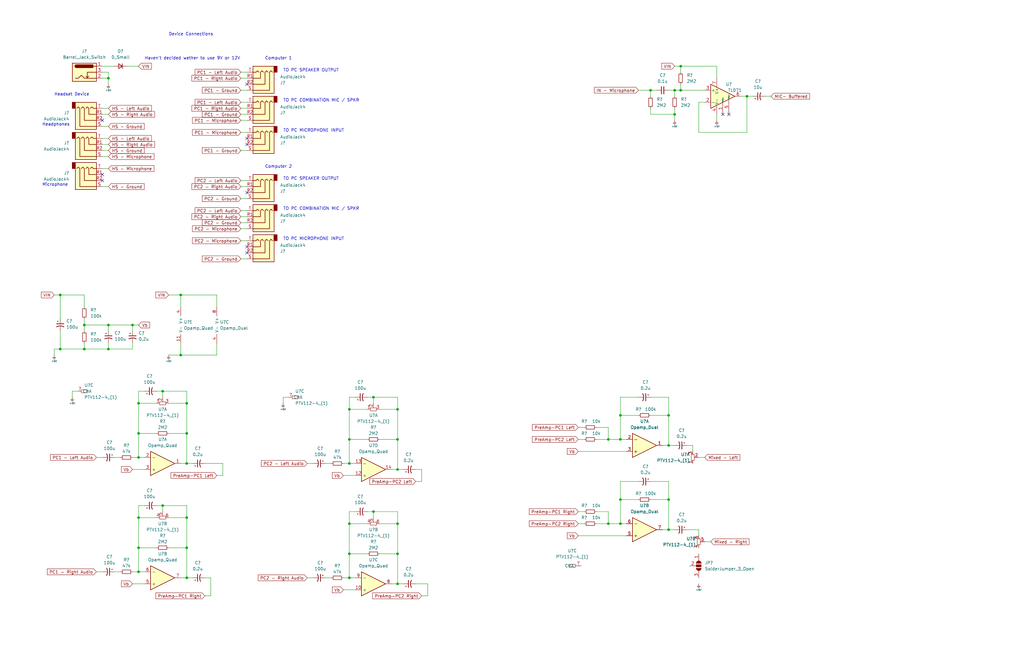
<source format=kicad_sch>
(kicad_sch (version 20211123) (generator eeschema)
  (paper "B")
  (junction (at 287.02 38.1))
  (junction (at -114.3 157.48))
  (junction (at 256.54 220.98))
  (junction (at 281.94 210.82))
  (junction (at 147.32 185.42))
  (junction (at 76.2 149.86))
  (junction (at -91.44 243.84))
  (junction (at 281.94 175.26))
  (junction (at 167.64 185.42))
  (junction (at 284.48 48.26))
  (junction (at 261.62 185.42))
  (junction (at 147.32 172.72))
  (junction (at 147.32 233.68))
  (junction (at 58.42 193.04))
  (junction (at -48.26 180.34))
  (junction (at -71.12 223.52))
  (junction (at 58.42 241.3))
  (junction (at -91.44 182.88))
  (junction (at 167.64 220.98))
  (junction (at -71.12 251.46))
  (junction (at 167.64 198.12))
  (junction (at -86.36 205.74))
  (junction (at 261.62 220.98))
  (junction (at 35.56 137.16))
  (junction (at 147.32 243.84))
  (junction (at 287.02 27.94))
  (junction (at 58.42 182.88))
  (junction (at 147.32 195.58))
  (junction (at 274.32 38.1))
  (junction (at 167.64 233.68))
  (junction (at 25.4 147.32))
  (junction (at 261.62 175.26))
  (junction (at 284.48 38.1))
  (junction (at 58.42 218.44))
  (junction (at 78.74 218.44))
  (junction (at 261.62 210.82))
  (junction (at 147.32 220.98))
  (junction (at 76.2 124.46))
  (junction (at 78.74 231.14))
  (junction (at 157.48 215.9))
  (junction (at 25.4 124.46))
  (junction (at -86.36 238.76))
  (junction (at -48.26 251.46))
  (junction (at -86.36 231.14))
  (junction (at 35.56 147.32))
  (junction (at 45.72 33.02))
  (junction (at 68.58 165.1))
  (junction (at -127 137.16))
  (junction (at -86.36 177.8))
  (junction (at 78.74 170.18))
  (junction (at -114.3 137.16))
  (junction (at 167.64 172.72))
  (junction (at -86.36 266.7))
  (junction (at -71.12 190.5))
  (junction (at 256.54 185.42))
  (junction (at -104.14 137.16))
  (junction (at 157.48 167.64))
  (junction (at -104.14 157.48))
  (junction (at -127 157.48))
  (junction (at 45.72 147.32))
  (junction (at 281.94 187.96))
  (junction (at 167.64 246.38))
  (junction (at 314.96 40.64))
  (junction (at -86.36 198.12))
  (junction (at 68.58 213.36))
  (junction (at 78.74 195.58))
  (junction (at -48.26 241.3))
  (junction (at -86.36 259.08))
  (junction (at -86.36 170.18))
  (junction (at 78.74 243.84))
  (junction (at -71.12 162.56))
  (junction (at 281.94 223.52))
  (junction (at 55.88 137.16))
  (junction (at 58.42 231.14))
  (junction (at 45.72 137.16))
  (junction (at 78.74 182.88))
  (junction (at -48.26 190.5))
  (junction (at 58.42 170.18))
  (no_connect (at 104.14 104.14))
  (no_connect (at 43.18 76.2))
  (no_connect (at 307.34 48.26))
  (no_connect (at 104.14 35.56))
  (no_connect (at 104.14 106.68))
  (no_connect (at 104.14 60.96))
  (no_connect (at 304.8 48.26))
  (no_connect (at 104.14 81.28))
  (no_connect (at 43.18 73.66))
  (no_connect (at 43.18 50.8))
  (no_connect (at 104.14 58.42))
  (wire (pts (xy 76.2 144.78) (xy 76.2 149.86)))
  (wire (pts (xy -127 160.02) (xy -127 157.48)))
  (wire (pts (xy -127 154.94) (xy -127 157.48)))
  (wire (pts (xy 45.72 33.02) (xy 45.72 35.56)))
  (wire (pts (xy -30.48 266.7) (xy -38.1 266.7)))
  (wire (pts (xy 261.62 203.2) (xy 261.62 210.82)))
  (wire (pts (xy 43.18 63.5) (xy 45.72 63.5)))
  (wire (pts (xy 274.32 203.2) (xy 281.94 203.2)))
  (wire (pts (xy 284.48 48.26) (xy 284.48 50.8)))
  (wire (pts (xy 71.12 182.88) (xy 78.74 182.88)))
  (wire (pts (xy 261.62 175.26) (xy 261.62 185.42)))
  (wire (pts (xy 91.44 124.46) (xy 76.2 124.46)))
  (wire (pts (xy 281.94 38.1) (xy 284.48 38.1)))
  (wire (pts (xy 53.34 27.94) (xy 58.42 27.94)))
  (wire (pts (xy 91.44 144.78) (xy 91.44 149.86)))
  (wire (pts (xy 43.18 60.96) (xy 45.72 60.96)))
  (wire (pts (xy 48.26 241.3) (xy 50.8 241.3)))
  (wire (pts (xy 160.02 172.72) (xy 167.64 172.72)))
  (wire (pts (xy 284.48 45.72) (xy 284.48 48.26)))
  (wire (pts (xy 157.48 167.64) (xy 154.94 167.64)))
  (wire (pts (xy -86.36 251.46) (xy -86.36 259.08)))
  (wire (pts (xy 101.6 109.22) (xy 104.14 109.22)))
  (wire (pts (xy -104.14 144.78) (xy -104.14 157.48)))
  (wire (pts (xy 274.32 38.1) (xy 276.86 38.1)))
  (wire (pts (xy 78.74 165.1) (xy 68.58 165.1)))
  (wire (pts (xy 160.02 185.42) (xy 167.64 185.42)))
  (wire (pts (xy 274.32 175.26) (xy 281.94 175.26)))
  (wire (pts (xy 35.56 124.46) (xy 35.56 129.54)))
  (wire (pts (xy 55.88 193.04) (xy 58.42 193.04)))
  (wire (pts (xy -30.48 205.74) (xy -38.1 205.74)))
  (wire (pts (xy 58.42 231.14) (xy 66.04 231.14)))
  (wire (pts (xy 167.64 198.12) (xy 167.64 185.42)))
  (wire (pts (xy 43.18 78.74) (xy 45.72 78.74)))
  (wire (pts (xy 43.18 48.26) (xy 45.72 48.26)))
  (wire (pts (xy 269.24 167.64) (xy 261.62 167.64)))
  (wire (pts (xy 58.42 170.18) (xy 58.42 165.1)))
  (wire (pts (xy -73.66 223.52) (xy -71.12 223.52)))
  (wire (pts (xy -86.36 205.74) (xy -86.36 198.12)))
  (wire (pts (xy 292.1 187.96) (xy 292.1 190.5)))
  (wire (pts (xy 251.46 180.34) (xy 256.54 180.34)))
  (wire (pts (xy 43.18 71.12) (xy 45.72 71.12)))
  (wire (pts (xy 58.42 241.3) (xy 60.96 241.3)))
  (wire (pts (xy 284.48 38.1) (xy 287.02 38.1)))
  (wire (pts (xy 147.32 243.84) (xy 149.86 243.84)))
  (wire (pts (xy -86.36 231.14) (xy -83.82 231.14)))
  (wire (pts (xy 297.18 228.6) (xy 299.72 228.6)))
  (wire (pts (xy -96.52 157.48) (xy -96.52 152.4)))
  (wire (pts (xy -15.24 269.24) (xy -15.24 266.7)))
  (wire (pts (xy -91.44 248.92) (xy -91.44 243.84)))
  (wire (pts (xy -40.64 215.9) (xy -40.64 193.04)))
  (wire (pts (xy -96.52 238.76) (xy -93.98 238.76)))
  (wire (pts (xy -38.1 205.74) (xy -38.1 200.66)))
  (wire (pts (xy 243.84 226.06) (xy 264.16 226.06)))
  (wire (pts (xy 58.42 170.18) (xy 66.04 170.18)))
  (wire (pts (xy 157.48 170.18) (xy 157.48 167.64)))
  (wire (pts (xy 180.34 246.38) (xy 175.26 246.38)))
  (wire (pts (xy -43.18 215.9) (xy -40.64 215.9)))
  (wire (pts (xy 165.1 246.38) (xy 167.64 246.38)))
  (wire (pts (xy 177.8 251.46) (xy 180.34 251.46)))
  (wire (pts (xy 147.32 233.68) (xy 154.94 233.68)))
  (wire (pts (xy 256.54 180.34) (xy 256.54 185.42)))
  (wire (pts (xy 261.62 185.42) (xy 264.16 185.42)))
  (wire (pts (xy 274.32 40.64) (xy 274.32 38.1)))
  (wire (pts (xy 287.02 35.56) (xy 287.02 38.1)))
  (wire (pts (xy 167.64 172.72) (xy 167.64 167.64)))
  (wire (pts (xy -71.12 190.5) (xy -71.12 195.58)))
  (wire (pts (xy -38.1 266.7) (xy -38.1 261.62)))
  (wire (pts (xy 78.74 182.88) (xy 78.74 170.18)))
  (wire (pts (xy 78.74 231.14) (xy 78.74 218.44)))
  (wire (pts (xy -50.8 269.24) (xy -48.26 269.24)))
  (wire (pts (xy -38.1 200.66) (xy -35.56 200.66)))
  (wire (pts (xy -86.36 266.7) (xy -66.04 266.7)))
  (wire (pts (xy 101.6 91.44) (xy 104.14 91.44)))
  (wire (pts (xy 147.32 220.98) (xy 147.32 215.9)))
  (wire (pts (xy 78.74 195.58) (xy 78.74 182.88)))
  (wire (pts (xy 284.48 48.26) (xy 274.32 48.26)))
  (wire (pts (xy 261.62 167.64) (xy 261.62 175.26)))
  (wire (pts (xy 78.74 195.58) (xy 81.28 195.58)))
  (wire (pts (xy -40.64 254) (xy -35.56 254)))
  (wire (pts (xy 302.26 27.94) (xy 302.26 33.02)))
  (wire (pts (xy 147.32 243.84) (xy 147.32 233.68)))
  (wire (pts (xy 76.2 243.84) (xy 78.74 243.84)))
  (wire (pts (xy 129.54 195.58) (xy 132.08 195.58)))
  (wire (pts (xy 71.12 149.86) (xy 76.2 149.86)))
  (wire (pts (xy -96.52 205.74) (xy -93.98 205.74)))
  (wire (pts (xy -127 137.16) (xy -114.3 137.16)))
  (wire (pts (xy 68.58 165.1) (xy 66.04 165.1)))
  (wire (pts (xy 251.46 185.42) (xy 256.54 185.42)))
  (wire (pts (xy 137.16 195.58) (xy 139.7 195.58)))
  (wire (pts (xy 147.32 185.42) (xy 154.94 185.42)))
  (wire (pts (xy -114.3 139.7) (xy -114.3 137.16)))
  (wire (pts (xy 144.78 248.92) (xy 149.86 248.92)))
  (wire (pts (xy 144.78 195.58) (xy 147.32 195.58)))
  (wire (pts (xy 287.02 38.1) (xy 297.18 38.1)))
  (wire (pts (xy 78.74 213.36) (xy 68.58 213.36)))
  (wire (pts (xy 243.84 185.42) (xy 246.38 185.42)))
  (wire (pts (xy -127 137.16) (xy -127 139.7)))
  (wire (pts (xy 312.42 40.64) (xy 314.96 40.64)))
  (wire (pts (xy 165.1 198.12) (xy 167.64 198.12)))
  (wire (pts (xy -48.26 241.3) (xy -35.56 241.3)))
  (wire (pts (xy 68.58 167.64) (xy 68.58 165.1)))
  (wire (pts (xy 251.46 220.98) (xy 256.54 220.98)))
  (wire (pts (xy -78.74 251.46) (xy -86.36 251.46)))
  (wire (pts (xy -104.14 157.48) (xy -96.52 157.48)))
  (wire (pts (xy -127 157.48) (xy -114.3 157.48)))
  (wire (pts (xy 281.94 210.82) (xy 281.94 223.52)))
  (wire (pts (xy -86.36 162.56) (xy -86.36 170.18)))
  (wire (pts (xy -48.26 190.5) (xy -48.26 208.28)))
  (wire (pts (xy 58.42 213.36) (xy 60.96 213.36)))
  (wire (pts (xy 180.34 251.46) (xy 180.34 246.38)))
  (wire (pts (xy 91.44 149.86) (xy 76.2 149.86)))
  (wire (pts (xy 289.56 187.96) (xy 292.1 187.96)))
  (wire (pts (xy 157.48 215.9) (xy 154.94 215.9)))
  (wire (pts (xy 93.98 195.58) (xy 93.98 200.66)))
  (wire (pts (xy 58.42 165.1) (xy 60.96 165.1)))
  (wire (pts (xy 302.26 48.26) (xy 302.26 50.8)))
  (wire (pts (xy 76.2 195.58) (xy 78.74 195.58)))
  (wire (pts (xy -96.52 271.78) (xy -66.04 271.78)))
  (wire (pts (xy -96.52 147.32) (xy -96.52 137.16)))
  (wire (pts (xy 55.88 241.3) (xy 58.42 241.3)))
  (wire (pts (xy -78.74 170.18) (xy -73.66 170.18)))
  (wire (pts (xy 43.18 66.04) (xy 45.72 66.04)))
  (wire (pts (xy 68.58 215.9) (xy 68.58 213.36)))
  (wire (pts (xy 55.88 137.16) (xy 58.42 137.16)))
  (wire (pts (xy 147.32 220.98) (xy 154.94 220.98)))
  (wire (pts (xy -88.9 205.74) (xy -86.36 205.74)))
  (wire (pts (xy 261.62 220.98) (xy 264.16 220.98)))
  (wire (pts (xy 101.6 43.18) (xy 104.14 43.18)))
  (wire (pts (xy 314.96 55.88) (xy 314.96 40.64)))
  (wire (pts (xy -43.18 276.86) (xy -40.64 276.86)))
  (wire (pts (xy -86.36 259.08) (xy -83.82 259.08)))
  (wire (pts (xy 243.84 180.34) (xy 246.38 180.34)))
  (wire (pts (xy 101.6 96.52) (xy 104.14 96.52)))
  (wire (pts (xy 167.64 167.64) (xy 157.48 167.64)))
  (wire (pts (xy 101.6 48.26) (xy 104.14 48.26)))
  (wire (pts (xy 294.64 55.88) (xy 314.96 55.88)))
  (wire (pts (xy 175.26 203.2) (xy 177.8 203.2)))
  (wire (pts (xy -104.14 139.7) (xy -104.14 137.16)))
  (wire (pts (xy -48.26 251.46) (xy -48.26 269.24)))
  (wire (pts (xy 274.32 48.26) (xy 274.32 45.72)))
  (wire (pts (xy -38.1 243.84) (xy -35.56 243.84)))
  (wire (pts (xy -96.52 177.8) (xy -93.98 177.8)))
  (wire (pts (xy 58.42 193.04) (xy 58.42 182.88)))
  (wire (pts (xy 71.12 231.14) (xy 78.74 231.14)))
  (wire (pts (xy 76.2 124.46) (xy 76.2 129.54)))
  (wire (pts (xy -40.64 246.38) (xy -38.1 246.38)))
  (wire (pts (xy 58.42 241.3) (xy 58.42 231.14)))
  (wire (pts (xy 35.56 137.16) (xy 45.72 137.16)))
  (wire (pts (xy 30.48 167.64) (xy 30.48 165.1)))
  (wire (pts (xy 25.4 139.7) (xy 25.4 147.32)))
  (wire (pts (xy 261.62 175.26) (xy 269.24 175.26)))
  (wire (pts (xy 256.54 220.98) (xy 261.62 220.98)))
  (wire (pts (xy 284.48 27.94) (xy 287.02 27.94)))
  (wire (pts (xy 71.12 218.44) (xy 78.74 218.44)))
  (wire (pts (xy 167.64 185.42) (xy 167.64 172.72)))
  (wire (pts (xy -48.26 223.52) (xy -48.26 241.3)))
  (wire (pts (xy -91.44 243.84) (xy -66.04 243.84)))
  (wire (pts (xy -96.52 210.82) (xy -66.04 210.82)))
  (wire (pts (xy -38.1 246.38) (xy -38.1 243.84)))
  (wire (pts (xy 25.4 124.46) (xy 35.56 124.46)))
  (wire (pts (xy 91.44 129.54) (xy 91.44 124.46)))
  (wire (pts (xy 294.64 223.52) (xy 294.64 226.06)))
  (wire (pts (xy 45.72 139.7) (xy 45.72 137.16)))
  (wire (pts (xy 269.24 38.1) (xy 274.32 38.1)))
  (wire (pts (xy 43.18 58.42) (xy 45.72 58.42)))
  (wire (pts (xy -15.24 208.28) (xy -15.24 205.74)))
  (wire (pts (xy -78.74 231.14) (xy -73.66 231.14)))
  (wire (pts (xy 101.6 50.8) (xy 104.14 50.8)))
  (wire (pts (xy 160.02 220.98) (xy 167.64 220.98)))
  (wire (pts (xy 22.86 124.46) (xy 25.4 124.46)))
  (wire (pts (xy -86.36 170.18) (xy -83.82 170.18)))
  (wire (pts (xy 144.78 243.84) (xy 147.32 243.84)))
  (wire (pts (xy -40.64 193.04) (xy -35.56 193.04)))
  (wire (pts (xy 281.94 167.64) (xy 281.94 175.26)))
  (wire (pts (xy 88.9 243.84) (xy 86.36 243.84)))
  (wire (pts (xy 86.36 195.58) (xy 93.98 195.58)))
  (wire (pts (xy 147.32 233.68) (xy 147.32 220.98)))
  (wire (pts (xy -48.26 251.46) (xy -35.56 251.46)))
  (wire (pts (xy -91.44 187.96) (xy -91.44 182.88)))
  (wire (pts (xy -96.52 137.16) (xy -104.14 137.16)))
  (wire (pts (xy -71.12 228.6) (xy -71.12 223.52)))
  (wire (pts (xy 35.56 134.62) (xy 35.56 137.16)))
  (wire (pts (xy 101.6 93.98) (xy 104.14 93.98)))
  (wire (pts (xy 101.6 88.9) (xy 104.14 88.9)))
  (wire (pts (xy 101.6 76.2) (xy 104.14 76.2)))
  (wire (pts (xy 147.32 215.9) (xy 149.86 215.9)))
  (wire (pts (xy 177.8 203.2) (xy 177.8 198.12)))
  (wire (pts (xy -106.68 187.96) (xy -111.76 187.96)))
  (wire (pts (xy -86.36 238.76) (xy -86.36 231.14)))
  (wire (pts (xy 269.24 203.2) (xy 261.62 203.2)))
  (wire (pts (xy 58.42 182.88) (xy 66.04 182.88)))
  (wire (pts (xy 157.48 218.44) (xy 157.48 215.9)))
  (wire (pts (xy 101.6 83.82) (xy 104.14 83.82)))
  (wire (pts (xy 289.56 223.52) (xy 294.64 223.52)))
  (wire (pts (xy 55.88 246.38) (xy 60.96 246.38)))
  (wire (pts (xy -50.8 241.3) (xy -48.26 241.3)))
  (wire (pts (xy 43.18 30.48) (xy 45.72 30.48)))
  (wire (pts (xy -88.9 177.8) (xy -86.36 177.8)))
  (wire (pts (xy -96.52 182.88) (xy -91.44 182.88)))
  (wire (pts (xy -40.64 185.42) (xy -38.1 185.42)))
  (wire (pts (xy 119.38 167.64) (xy 121.92 167.64)))
  (wire (pts (xy 137.16 243.84) (xy 139.7 243.84)))
  (wire (pts (xy -111.76 187.96) (xy -111.76 190.5)))
  (wire (pts (xy 281.94 187.96) (xy 284.48 187.96)))
  (wire (pts (xy -86.36 238.76) (xy -66.04 238.76)))
  (wire (pts (xy 167.64 220.98) (xy 167.64 215.9)))
  (wire (pts (xy 58.42 218.44) (xy 66.04 218.44)))
  (wire (pts (xy -71.12 190.5) (xy -48.26 190.5)))
  (wire (pts (xy 45.72 30.48) (xy 45.72 33.02)))
  (wire (pts (xy 45.72 137.16) (xy 55.88 137.16)))
  (wire (pts (xy 322.58 40.64) (xy 325.12 40.64)))
  (wire (pts (xy 119.38 170.18) (xy 119.38 167.64)))
  (wire (pts (xy 144.78 200.66) (xy 149.86 200.66)))
  (wire (pts (xy 22.86 149.86) (xy 22.86 147.32)))
  (wire (pts (xy 88.9 251.46) (xy 88.9 243.84)))
  (wire (pts (xy -78.74 223.52) (xy -86.36 223.52)))
  (wire (pts (xy 101.6 38.1) (xy 104.14 38.1)))
  (wire (pts (xy -86.36 177.8) (xy -86.36 170.18)))
  (wire (pts (xy -86.36 223.52) (xy -86.36 231.14)))
  (wire (pts (xy 279.4 223.52) (xy 281.94 223.52)))
  (wire (pts (xy -73.66 162.56) (xy -71.12 162.56)))
  (wire (pts (xy -71.12 251.46) (xy -71.12 256.54)))
  (wire (pts (xy -40.64 276.86) (xy -40.64 254)))
  (wire (pts (xy 58.42 193.04) (xy 60.96 193.04)))
  (wire (pts (xy 284.48 38.1) (xy 284.48 40.64)))
  (wire (pts (xy 78.74 243.84) (xy 81.28 243.84)))
  (wire (pts (xy 101.6 45.72) (xy 104.14 45.72)))
  (wire (pts (xy 101.6 33.02) (xy 104.14 33.02)))
  (wire (pts (xy 147.32 167.64) (xy 149.86 167.64)))
  (wire (pts (xy 35.56 144.78) (xy 35.56 147.32)))
  (wire (pts (xy -78.74 259.08) (xy -73.66 259.08)))
  (wire (pts (xy -15.24 266.7) (xy -20.32 266.7)))
  (wire (pts (xy 35.56 137.16) (xy 35.56 139.7)))
  (wire (pts (xy -114.3 154.94) (xy -114.3 157.48)))
  (wire (pts (xy -78.74 162.56) (xy -86.36 162.56)))
  (wire (pts (xy 147.32 172.72) (xy 154.94 172.72)))
  (wire (pts (xy 279.4 187.96) (xy 281.94 187.96)))
  (wire (pts (xy 287.02 27.94) (xy 302.26 27.94)))
  (wire (pts (xy 58.42 182.88) (xy 58.42 170.18)))
  (wire (pts (xy 101.6 78.74) (xy 104.14 78.74)))
  (wire (pts (xy 78.74 218.44) (xy 78.74 213.36)))
  (wire (pts (xy 261.62 210.82) (xy 269.24 210.82)))
  (wire (pts (xy -104.14 137.16) (xy -114.3 137.16)))
  (wire (pts (xy -78.74 198.12) (xy -73.66 198.12)))
  (wire (pts (xy -96.52 266.7) (xy -93.98 266.7)))
  (wire (pts (xy -86.36 198.12) (xy -83.82 198.12)))
  (wire (pts (xy 93.98 200.66) (xy 91.44 200.66)))
  (wire (pts (xy -91.44 182.88) (xy -66.04 182.88)))
  (wire (pts (xy 45.72 144.78) (xy 45.72 147.32)))
  (wire (pts (xy 294.64 43.18) (xy 294.64 55.88)))
  (wire (pts (xy 101.6 63.5) (xy 104.14 63.5)))
  (wire (pts (xy 294.64 193.04) (xy 297.18 193.04)))
  (wire (pts (xy -96.52 187.96) (xy -91.44 187.96)))
  (wire (pts (xy 243.84 220.98) (xy 246.38 220.98)))
  (wire (pts (xy 167.64 246.38) (xy 170.18 246.38)))
  (wire (pts (xy 40.64 193.04) (xy 43.18 193.04)))
  (wire (pts (xy 40.64 241.3) (xy 43.18 241.3)))
  (wire (pts (xy -48.26 180.34) (xy -35.56 180.34)))
  (wire (pts (xy 55.88 147.32) (xy 45.72 147.32)))
  (wire (pts (xy 78.74 243.84) (xy 78.74 231.14)))
  (wire (pts (xy 43.18 27.94) (xy 48.26 27.94)))
  (wire (pts (xy 147.32 195.58) (xy 149.86 195.58)))
  (wire (pts (xy 243.84 190.5) (xy 264.16 190.5)))
  (wire (pts (xy -71.12 162.56) (xy -48.26 162.56)))
  (wire (pts (xy -78.74 190.5) (xy -86.36 190.5)))
  (wire (pts (xy 101.6 101.6) (xy 104.14 101.6)))
  (wire (pts (xy 297.18 43.18) (xy 294.64 43.18)))
  (wire (pts (xy 167.64 233.68) (xy 167.64 220.98)))
  (wire (pts (xy 58.42 231.14) (xy 58.42 218.44)))
  (wire (pts (xy -96.52 243.84) (xy -91.44 243.84)))
  (wire (pts (xy -88.9 266.7) (xy -86.36 266.7)))
  (wire (pts (xy 35.56 147.32) (xy 25.4 147.32)))
  (wire (pts (xy 101.6 30.48) (xy 104.14 30.48)))
  (wire (pts (xy 86.36 251.46) (xy 88.9 251.46)))
  (wire (pts (xy 43.18 45.72) (xy 45.72 45.72)))
  (wire (pts (xy 45.72 33.02) (xy 43.18 33.02)))
  (wire (pts (xy 175.26 198.12) (xy 177.8 198.12)))
  (wire (pts (xy 58.42 218.44) (xy 58.42 213.36)))
  (wire (pts (xy -129.54 137.16) (xy -127 137.16)))
  (wire (pts (xy 30.48 165.1) (xy 33.02 165.1)))
  (wire (pts (xy -88.9 238.76) (xy -86.36 238.76)))
  (wire (pts (xy -86.36 205.74) (xy -66.04 205.74)))
  (wire (pts (xy -114.3 157.48) (xy -104.14 157.48)))
  (wire (pts (xy -86.36 190.5) (xy -86.36 198.12)))
  (wire (pts (xy -50.8 208.28) (xy -48.26 208.28)))
  (wire (pts (xy 261.62 210.82) (xy 261.62 220.98)))
  (wire (pts (xy -48.26 190.5) (xy -35.56 190.5)))
  (wire (pts (xy -96.52 248.92) (xy -91.44 248.92)))
  (wire (pts (xy 147.32 195.58) (xy 147.32 185.42)))
  (wire (pts (xy 129.54 243.84) (xy 132.08 243.84)))
  (wire (pts (xy 101.6 55.88) (xy 104.14 55.88)))
  (wire (pts (xy 314.96 40.64) (xy 317.5 40.64)))
  (wire (pts (xy 68.58 213.36) (xy 66.04 213.36)))
  (wire (pts (xy -111.76 248.92) (xy -111.76 251.46)))
  (wire (pts (xy 256.54 215.9) (xy 256.54 220.98)))
  (wire (pts (xy 55.88 139.7) (xy 55.88 137.16)))
  (wire (pts (xy 55.88 198.12) (xy 60.96 198.12)))
  (wire (pts (xy 22.86 147.32) (xy 25.4 147.32)))
  (wire (pts (xy 281.94 223.52) (xy 284.48 223.52)))
  (wire (pts (xy 274.32 210.82) (xy 281.94 210.82)))
  (wire (pts (xy 287.02 30.48) (xy 287.02 27.94)))
  (wire (pts (xy 25.4 124.46) (xy 25.4 134.62)))
  (wire (pts (xy 160.02 233.68) (xy 167.64 233.68)))
  (wire (pts (xy -73.66 190.5) (xy -71.12 190.5)))
  (wire (pts (xy 281.94 175.26) (xy 281.94 187.96)))
  (wire (pts (xy -48.26 162.56) (xy -48.26 180.34)))
  (wire (pts (xy 71.12 124.46) (xy 76.2 124.46)))
  (wire (pts (xy 147.32 185.42) (xy 147.32 172.72)))
  (wire (pts (xy 167.64 246.38) (xy 167.64 233.68)))
  (wire (pts (xy -38.1 185.42) (xy -38.1 182.88)))
  (wire (pts (xy 78.74 170.18) (xy 78.74 165.1)))
  (wire (pts (xy 243.84 215.9) (xy 246.38 215.9)))
  (wire (pts (xy 55.88 144.78) (xy 55.88 147.32)))
  (wire (pts (xy -106.68 248.92) (xy -111.76 248.92)))
  (wire (pts (xy -73.66 251.46) (xy -71.12 251.46)))
  (wire (pts (xy 48.26 193.04) (xy 50.8 193.04)))
  (wire (pts (xy -71.12 167.64) (xy -71.12 162.56)))
  (wire (pts (xy 43.18 53.34) (xy 45.72 53.34)))
  (wire (pts (xy -86.36 177.8) (xy -66.04 177.8)))
  (wire (pts (xy -38.1 182.88) (xy -35.56 182.88)))
  (wire (pts (xy 45.72 147.32) (xy 35.56 147.32)))
  (wire (pts (xy -15.24 205.74) (xy -20.32 205.74)))
  (wire (pts (xy 256.54 185.42) (xy 261.62 185.42)))
  (wire (pts (xy 167.64 215.9) (xy 157.48 215.9)))
  (wire (pts (xy 274.32 167.64) (xy 281.94 167.64)))
  (wire (pts (xy -86.36 266.7) (xy -86.36 259.08)))
  (wire (pts (xy -38.1 261.62) (xy -35.56 261.62)))
  (wire (pts (xy -71.12 223.52) (xy -48.26 223.52)))
  (wire (pts (xy 147.32 172.72) (xy 147.32 167.64)))
  (wire (pts (xy 71.12 170.18) (xy 78.74 170.18)))
  (wire (pts (xy 251.46 215.9) (xy 256.54 215.9)))
  (wire (pts (xy -71.12 251.46) (xy -48.26 251.46)))
  (wire (pts (xy 167.64 198.12) (xy 170.18 198.12)))
  (wire (pts (xy 281.94 203.2) (xy 281.94 210.82)))
  (wire (pts (xy -50.8 180.34) (xy -48.26 180.34)))
  (text "Headphones" (at 17.78 53.34 0) (effects (font (size 1.27 1.27)) (justify left bottom)))
  (text "TO PC SPEAKER OUTPUT" (at 119.38 30.48 0) (effects (font (size 1.27 1.27)) (justify left bottom)))
  (text "Computer 2" (at 111.76 71.12 0) (effects (font (size 1.27 1.27)) (justify left bottom)))
  (text "TO PC MICROPHONE INPUT" (at 119.38 55.88 0) (effects (font (size 1.27 1.27)) (justify left bottom)))
  (text "Computer 1" (at 111.76 25.4 0) (effects (font (size 1.27 1.27)) (justify left bottom)))
  (text "TO PC MICROPHONE INPUT" (at 119.38 101.6 0) (effects (font (size 1.27 1.27)) (justify left bottom)))
  (text "PC1 Preamp" (at -33.02 172.72 0) (effects (font (size 1.27 1.27)) (justify left bottom)))
  (text "Device Connections" (at 71.12 15.24 0) (effects (font (size 1.27 1.27)) (justify left bottom)))
  (text "TO PC COMBINATION MIC / SPKR" (at 119.38 88.9 0) (effects (font (size 1.27 1.27)) (justify left bottom)))
  (text "TO PC COMBINATION MIC / SPKR" (at 119.38 43.18 0) (effects (font (size 1.27 1.27)) (justify left bottom)))
  (text "PC2 Preamp" (at -33.02 233.68 0) (effects (font (size 1.27 1.27)) (justify left bottom)))
  (text "TO PC SPEAKER OUTPUT" (at 119.38 76.2 0) (effects (font (size 1.27 1.27)) (justify left bottom)))
  (text "Haven't decided wether to use 9V or 12V" (at 60.96 25.4 0) (effects (font (size 1.27 1.27)) (justify left bottom)))
  (text "Microphone" (at 17.78 78.74 0) (effects (font (size 1.27 1.27)) (justify left bottom)))
  (text "Headset Device" (at 22.86 40.64 0) (effects (font (size 1.27 1.27)) (justify left bottom)))
  (global_label "PC1 - Ground" (shape input) (at 101.6 48.26 180) (property "Intersheet References" "${INTERSHEET_REFS}" (effects hide)))
  (global_label "PreAmp-PC2 Left" (shape input) (at 243.84 185.42 180) (property "Intersheet References" "${INTERSHEET_REFS}" (effects hide)))
  (global_label "Vb" (shape input) (at 144.78 248.92 180) (property "Intersheet References" "${INTERSHEET_REFS}" (effects hide)))
  (global_label "PC1 - Microphone" (shape input) (at 101.6 55.88 180) (property "Intersheet References" "${INTERSHEET_REFS}" (effects hide)))
  (global_label "MIC- Buffered" (shape input) (at 325.12 40.64 0) (property "Intersheet References" "${INTERSHEET_REFS}" (effects hide)))
  (global_label "PC1 - Right Audio" (shape input) (at -96.52 205.74 180) (property "Intersheet References" "${INTERSHEET_REFS}" (effects hide)))
  (global_label "HS - Ground" (shape input) (at 45.72 63.5 0) (property "Intersheet References" "${INTERSHEET_REFS}" (effects hide)))
  (global_label "Vb" (shape input) (at 243.84 226.06 180) (property "Intersheet References" "${INTERSHEET_REFS}" (effects hide)))
  (global_label "PC2 - Ground" (shape input) (at 101.6 109.22 180) (property "Intersheet References" "${INTERSHEET_REFS}" (effects hide)))
  (global_label "VIN" (shape input) (at 71.12 124.46 180) (property "Intersheet References" "${INTERSHEET_REFS}" (effects hide)))
  (global_label "Mixed - Left" (shape input) (at 297.18 193.04 0) (property "Intersheet References" "${INTERSHEET_REFS}" (effects hide)))
  (global_label "PreAmp-PC1 Right" (shape input) (at -43.18 215.9 180) (property "Intersheet References" "${INTERSHEET_REFS}" (effects hide)))
  (global_label "PreAmp-PC1 Left" (shape input) (at -40.64 185.42 180) (property "Intersheet References" "${INTERSHEET_REFS}" (effects hide)))
  (global_label "HS - Right Audio" (shape input) (at 45.72 60.96 0) (property "Intersheet References" "${INTERSHEET_REFS}" (effects hide)))
  (global_label "IN - Microphone" (shape input) (at 269.24 38.1 180) (property "Intersheet References" "${INTERSHEET_REFS}" (effects hide)))
  (global_label "PC1 - Ground" (shape input) (at -96.52 210.82 180) (property "Intersheet References" "${INTERSHEET_REFS}" (effects hide)))
  (global_label "PC2 - Left Audio" (shape input) (at -96.52 238.76 180) (property "Intersheet References" "${INTERSHEET_REFS}" (effects hide)))
  (global_label "PC1 - Left Audio" (shape input) (at 101.6 30.48 180) (property "Intersheet References" "${INTERSHEET_REFS}" (effects hide)))
  (global_label "PC2 - Microphone" (shape input) (at 101.6 96.52 180) (property "Intersheet References" "${INTERSHEET_REFS}" (effects hide)))
  (global_label "PreAmp-PC2 Left" (shape input) (at 175.26 203.2 180) (property "Intersheet References" "${INTERSHEET_REFS}" (effects hide)))
  (global_label "PC1 - Ground" (shape input) (at 101.6 63.5 180) (property "Intersheet References" "${INTERSHEET_REFS}" (effects hide)))
  (global_label "PC2 - Left Audio" (shape input) (at 129.54 195.58 180) (property "Intersheet References" "${INTERSHEET_REFS}" (effects hide)))
  (global_label "PC1 - Left Audio" (shape input) (at 40.64 193.04 180) (property "Intersheet References" "${INTERSHEET_REFS}" (effects hide)))
  (global_label "HS - Microphone" (shape input) (at 45.72 66.04 0) (property "Intersheet References" "${INTERSHEET_REFS}" (effects hide)))
  (global_label "PreAmp-PC1 Right" (shape input) (at 86.36 251.46 180) (property "Intersheet References" "${INTERSHEET_REFS}" (effects hide)))
  (global_label "PC2 - Ground" (shape input) (at 101.6 93.98 180) (property "Intersheet References" "${INTERSHEET_REFS}" (effects hide)))
  (global_label "Vb" (shape input) (at 58.42 137.16 0) (property "Intersheet References" "${INTERSHEET_REFS}" (effects hide)))
  (global_label "Mixed - Right" (shape input) (at 299.72 228.6 0) (property "Intersheet References" "${INTERSHEET_REFS}" (effects hide)))
  (global_label "PC2 - Ground" (shape input) (at -96.52 243.84 180) (property "Intersheet References" "${INTERSHEET_REFS}" (effects hide)))
  (global_label "VIN" (shape input) (at 58.42 27.94 0) (property "Intersheet References" "${INTERSHEET_REFS}" (effects hide)))
  (global_label "PC2 - Ground" (shape input) (at 101.6 83.82 180) (property "Intersheet References" "${INTERSHEET_REFS}" (effects hide)))
  (global_label "HS - Right Audio" (shape input) (at 45.72 48.26 0) (property "Intersheet References" "${INTERSHEET_REFS}" (effects hide)))
  (global_label "PC1 - Microphone" (shape input) (at 101.6 50.8 180) (property "Intersheet References" "${INTERSHEET_REFS}" (effects hide)))
  (global_label "PC2 - Left Audio" (shape input) (at 101.6 76.2 180) (property "Intersheet References" "${INTERSHEET_REFS}" (effects hide)))
  (global_label "PC2 - Right Audio" (shape input) (at -96.52 266.7 180) (property "Intersheet References" "${INTERSHEET_REFS}" (effects hide)))
  (global_label "PC2 - Right Audio" (shape input) (at 101.6 91.44 180) (property "Intersheet References" "${INTERSHEET_REFS}" (effects hide)))
  (global_label "PC1 - Left Audio" (shape input) (at -96.52 177.8 180) (property "Intersheet References" "${INTERSHEET_REFS}" (effects hide)))
  (global_label "PreAmp-PC2 Right" (shape input) (at 177.8 251.46 180) (property "Intersheet References" "${INTERSHEET_REFS}" (effects hide)))
  (global_label "PC1 - Right Audio" (shape input) (at 40.64 241.3 180) (property "Intersheet References" "${INTERSHEET_REFS}" (effects hide)))
  (global_label "PC2 - Ground" (shape input) (at -96.52 271.78 180) (property "Intersheet References" "${INTERSHEET_REFS}" (effects hide)))
  (global_label "HS - Left Audio" (shape input) (at 45.72 58.42 0) (property "Intersheet References" "${INTERSHEET_REFS}" (effects hide)))
  (global_label "HS - Left Audio" (shape input) (at 45.72 45.72 0) (property "Intersheet References" "${INTERSHEET_REFS}" (effects hide)))
  (global_label "PreAmp-PC2 Left" (shape input) (at -40.64 246.38 180) (property "Intersheet References" "${INTERSHEET_REFS}" (effects hide)))
  (global_label "PC1 - Right Audio" (shape input) (at 101.6 45.72 180) (property "Intersheet References" "${INTERSHEET_REFS}" (effects hide)))
  (global_label "PreAmp-PC1 Left" (shape input) (at 243.84 180.34 180) (property "Intersheet References" "${INTERSHEET_REFS}" (effects hide)))
  (global_label "HS - Microphone" (shape input) (at 45.72 71.12 0) (property "Intersheet References" "${INTERSHEET_REFS}" (effects hide)))
  (global_label "PC2 - Microphone" (shape input) (at 101.6 101.6 180) (property "Intersheet References" "${INTERSHEET_REFS}" (effects hide)))
  (global_label "PC2 - Right Audio" (shape input) (at 101.6 78.74 180) (property "Intersheet References" "${INTERSHEET_REFS}" (effects hide)))
  (global_label "Vb" (shape input) (at 144.78 200.66 180) (property "Intersheet References" "${INTERSHEET_REFS}" (effects hide)))
  (global_label "PC1 - Ground" (shape input) (at 101.6 38.1 180) (property "Intersheet References" "${INTERSHEET_REFS}" (effects hide)))
  (global_label "Vb" (shape input) (at 243.84 190.5 180) (property "Intersheet References" "${INTERSHEET_REFS}" (effects hide)))
  (global_label "VIN" (shape input) (at -129.54 137.16 180) (property "Intersheet References" "${INTERSHEET_REFS}" (effects hide)))
  (global_label "HS - Ground" (shape input) (at 45.72 53.34 0) (property "Intersheet References" "${INTERSHEET_REFS}" (effects hide)))
  (global_label "PC2 - Left Audio" (shape input) (at 101.6 88.9 180) (property "Intersheet References" "${INTERSHEET_REFS}" (effects hide)))
  (global_label "HS - Ground" (shape input) (at 45.72 78.74 0) (property "Intersheet References" "${INTERSHEET_REFS}" (effects hide)))
  (global_label "PC1 - Ground" (shape input) (at -96.52 182.88 180) (property "Intersheet References" "${INTERSHEET_REFS}" (effects hide)))
  (global_label "PreAmp-PC1 Left" (shape input) (at 91.44 200.66 180) (property "Intersheet References" "${INTERSHEET_REFS}" (effects hide)))
  (global_label "PC2 - Right Audio" (shape input) (at 129.54 243.84 180) (property "Intersheet References" "${INTERSHEET_REFS}" (effects hide)))
  (global_label "PreAmp-PC2 Right" (shape input) (at 243.84 220.98 180) (property "Intersheet References" "${INTERSHEET_REFS}" (effects hide)))
  (global_label "Vb" (shape input) (at 55.88 198.12 180) (property "Intersheet References" "${INTERSHEET_REFS}" (effects hide)))
  (global_label "PC1 - Right Audio" (shape input) (at 101.6 33.02 180) (property "Intersheet References" "${INTERSHEET_REFS}" (effects hide)))
  (global_label "PreAmp-PC1 Right" (shape input) (at 243.84 215.9 180) (property "Intersheet References" "${INTERSHEET_REFS}" (effects hide)))
  (global_label "VIN" (shape input) (at 284.48 27.94 180) (property "Intersheet References" "${INTERSHEET_REFS}" (effects hide)))
  (global_label "Vb" (shape input) (at 55.88 246.38 180) (property "Intersheet References" "${INTERSHEET_REFS}" (effects hide)))
  (global_label "VIN" (shape input) (at 22.86 124.46 180) (property "Intersheet References" "${INTERSHEET_REFS}" (effects hide)))
  (global_label "PreAmp-PC2 Right" (shape input) (at -43.18 276.86 180) (property "Intersheet References" "${INTERSHEET_REFS}" (effects hide)))
  (global_label "PC1 - Left Audio" (shape input) (at 101.6 43.18 180) (property "Intersheet References" "${INTERSHEET_REFS}" (effects hide)))
  (symbol (lib_name "PTV112-4_(1)_2") (lib_id "PTV112-4:PTV112-4_(1)") (at 157.48 220.98 0) (mirror x) (unit 2)
    (property "Reference" "U?" (at 157.48 223.52 0))
    (property "Value" "PTV112-4_(1)" (at 157.48 226.06 0))
  )
  (symbol (lib_id "Amplifier_Audio:TDA1308") (at -124.46 147.32 0) (unit 3)
    (property "Reference" "U?" (at -125.73 146.0499 0) (effects (justify left)))
    (property "Value" "TDA1308" (at -125.73 148.5899 0) (effects (justify left)))
    (property "Datasheet" "https://www.nxp.com/docs/en/data-sheet/TDA1308.pdf" (effects hide))
  )
  (symbol (lib_id "Device:R_Small") (at 248.92 180.34 90) (unit 1)
    (property "Reference" "R?" (at 246.38 177.8 90))
    (property "Value" "10k" (at 251.46 177.8 90))
  )
  (symbol (lib_id "keyboard_parts:GND") (at -111.76 251.46 0) (unit 1)
    (property "Reference" "#PWR?" (effects hide))
    (property "Value" "GND" (at -111.76 254 0) (effects (font (size 0.762 0.762))))
  )
  (symbol (lib_id "Device:R_Small") (at -91.44 266.7 90) (unit 1)
    (property "Reference" "R?" (at -91.44 260.35 90))
    (property "Value" "47k" (at -91.44 262.89 90))
  )
  (symbol (lib_id "Device:C_Polarized_Small_US") (at 45.72 142.24 0) (unit 1)
    (property "Reference" "C?" (at 48.26 140.5381 0) (effects (justify left)))
    (property "Value" "100u" (at 48.26 143.0781 0) (effects (justify left)))
  )
  (symbol (lib_id "Connector:Barrel_Jack_Switch") (at 35.56 30.48 0) (unit 1)
    (property "Reference" "J?" (at 35.56 21.59 0))
    (property "Value" "Barrel_Jack_Switch" (at 35.56 24.13 0))
  )
  (symbol (lib_id "Device:R_Small") (at -91.44 177.8 90) (unit 1)
    (property "Reference" "R?" (at -91.44 171.45 90))
    (property "Value" "47k" (at -91.44 173.99 90))
  )
  (symbol (lib_id "Device:R_Small") (at -81.28 231.14 90) (unit 1)
    (property "Reference" "R?" (at -81.28 224.79 90))
    (property "Value" "22K" (at -81.28 227.33 90))
  )
  (symbol (lib_id "Connector:AudioJack4") (at 109.22 81.28 180) (unit 1)
    (property "Reference" "J?" (at 118.11 80.6451 0) (effects (justify right)))
    (property "Value" "AudioJack4" (at 118.11 78.1051 0) (effects (justify right)))
  )
  (symbol (lib_name "PTV112-4_(1)_3") (lib_id "PTV112-4:PTV112-4_(1)") (at 292.1 193.04 90) (unit 1)
    (property "Reference" "U?" (at 290.83 191.7699 90) (effects (justify left)))
    (property "Value" "PTV112-4_(1)" (at 290.83 194.3099 90) (effects (justify left)))
  )
  (symbol (lib_id "Connector:AudioJack4") (at 38.1 76.2 0) (mirror x) (unit 1)
    (property "Reference" "J?" (at 29.21 73.0249 0) (effects (justify right)))
    (property "Value" "AudioJack4" (at 29.21 75.5649 0) (effects (justify right)))
  )
  (symbol (lib_id "Device:C_Polarized_Small_US") (at 172.72 246.38 90) (unit 1)
    (property "Reference" "C?" (at 172.2882 240.03 90))
    (property "Value" "0.2u" (at 172.2882 242.57 90))
  )
  (symbol (lib_id "Amplifier_Operational:TL071") (at 304.8 40.64 0) (unit 1)
    (property "Reference" "U?" (at 307.34 35.56 0))
    (property "Value" "TL071" (at 309.88 38.1 0))
    (property "Datasheet" "http://www.ti.com/lit/ds/symlink/tl071.pdf" (effects hide))
  )
  (symbol (lib_id "Device:D_Small") (at 50.8 27.94 180) (unit 1)
    (property "Reference" "D?" (at 50.8 21.59 0))
    (property "Value" "D_Small" (at 50.8 24.13 0))
  )
  (symbol (lib_id "Amplifier_Audio:TDA1308") (at -58.42 241.3 0) (mirror x) (unit 1)
    (property "Reference" "U?" (at -58.42 231.14 0))
    (property "Value" "TDA1308" (at -58.42 233.68 0))
    (property "Datasheet" "https://www.nxp.com/docs/en/data-sheet/TDA1308.pdf" (effects hide))
  )
  (symbol (lib_id "Device:R_Small") (at 53.34 241.3 90) (unit 1)
    (property "Reference" "R?" (at 53.34 236.22 90))
    (property "Value" "47k" (at 53.34 238.76 90))
  )
  (symbol (lib_id "Connector:AudioJack4") (at 38.1 50.8 0) (mirror x) (unit 1)
    (property "Reference" "J?" (at 29.21 47.6249 0) (effects (justify right)))
    (property "Value" "AudioJack4" (at 29.21 50.1649 0) (effects (justify right)))
  )
  (symbol (lib_id "Device:R_Small") (at 274.32 43.18 0) (unit 1)
    (property "Reference" "R?" (at 276.86 41.9099 0) (effects (justify left)))
    (property "Value" "2M2" (at 276.86 44.4499 0) (effects (justify left)))
  )
  (symbol (lib_id "keyboard_parts:GND") (at -111.76 190.5 0) (unit 1)
    (property "Reference" "#PWR?" (effects hide))
    (property "Value" "GND" (at -111.76 193.04 0) (effects (font (size 0.762 0.762))))
  )
  (symbol (lib_id "Device:R_Small") (at -81.28 170.18 90) (unit 1)
    (property "Reference" "R?" (at -81.28 163.83 90))
    (property "Value" "22K" (at -81.28 166.37 90))
  )
  (symbol (lib_id "Amplifier_Audio:TDA1308") (at -58.42 180.34 0) (mirror x) (unit 1)
    (property "Reference" "U?" (at -58.42 170.18 0))
    (property "Value" "TDA1308" (at -58.42 172.72 0))
    (property "Datasheet" "https://www.nxp.com/docs/en/data-sheet/TDA1308.pdf" (effects hide))
  )
  (symbol (lib_id "Device:R_Small") (at 248.92 185.42 90) (unit 1)
    (property "Reference" "R?" (at 246.38 182.88 90))
    (property "Value" "10k" (at 251.46 182.88 90))
  )
  (symbol (lib_name "PTV112-4_(1)_4") (lib_id "PTV112-4:PTV112-4_(1)") (at 241.3 238.76 180) (unit 3)
    (property "Reference" "U?" (at 241.3 232.41 0))
    (property "Value" "PTV112-4_(1)" (at 241.3 234.95 0))
  )
  (symbol (lib_id "Connector:AudioJack4") (at 109.22 93.98 180) (unit 1)
    (property "Reference" "J?" (at 118.11 93.3451 0) (effects (justify right)))
    (property "Value" "AudioJack4" (at 118.11 90.8051 0) (effects (justify right)))
  )
  (symbol (lib_id "Device:R_Small") (at -81.28 259.08 90) (unit 1)
    (property "Reference" "R?" (at -81.28 252.73 90))
    (property "Value" "22K" (at -81.28 255.27 90))
  )
  (symbol (lib_id "Jumper:Jumper_2_Open") (at -101.6 187.96 0) (unit 1)
    (property "Reference" "JP?" (at -96.52 185.42 0))
    (property "Value" "Jumper_2_Open" (at -101.6 190.5 0))
  )
  (symbol (lib_id "Device:C_Small") (at 279.4 38.1 90) (unit 1)
    (property "Reference" "C?" (at 279.4063 31.75 90))
    (property "Value" "0.1u" (at 279.4063 34.29 90))
  )
  (symbol (lib_id "Device:C_Polarized_Small_US") (at 320.04 40.64 90) (unit 1)
    (property "Reference" "C?" (at 319.6082 34.29 90))
    (property "Value" "10u" (at 319.6082 36.83 90))
  )
  (symbol (lib_id "Amplifier_Audio:TDA1308") (at -111.76 147.32 0) (unit 3)
    (property "Reference" "U?" (at -113.03 146.0499 0) (effects (justify left)))
    (property "Value" "TDA1308" (at -113.03 148.5899 0) (effects (justify left)))
    (property "Datasheet" "https://www.nxp.com/docs/en/data-sheet/TDA1308.pdf" (effects hide))
  )
  (symbol (lib_id "Device:C_Small") (at -76.2 162.56 90) (unit 1)
    (property "Reference" "C?" (at -76.1937 156.21 90))
    (property "Value" "0.1u" (at -76.1937 158.75 90))
  )
  (symbol (lib_name "PTV112-4_(1)_5") (lib_id "PTV112-4:PTV112-4_(1)") (at 35.56 165.1 0) (unit 3)
    (property "Reference" "U?" (at 35.56 162.56 0) (effects (justify left)))
    (property "Value" "PTV112-4_(1)" (at 35.56 167.64 0) (effects (justify left)))
  )
  (symbol (lib_id "Connector:AudioJack4") (at 109.22 35.56 180) (unit 1)
    (property "Reference" "J?" (at 118.11 34.9251 0) (effects (justify right)))
    (property "Value" "AudioJack4" (at 118.11 32.3851 0) (effects (justify right)))
  )
  (symbol (lib_id "Device:R_Small") (at 287.02 33.02 0) (unit 1)
    (property "Reference" "R?" (at 289.56 31.7499 0) (effects (justify left)))
    (property "Value" "2M2" (at 289.56 34.2899 0) (effects (justify left)))
  )
  (symbol (lib_id "Device:R_Small") (at 68.58 231.14 90) (unit 1)
    (property "Reference" "R?" (at 68.58 226.06 90))
    (property "Value" "2M2" (at 68.58 228.6 90))
  )
  (symbol (lib_id "Device:C_Polarized_Small_US") (at 172.72 198.12 90) (unit 1)
    (property "Reference" "C?" (at 172.2882 191.77 90))
    (property "Value" "0.2u" (at 172.2882 194.31 90))
  )
  (symbol (lib_name "PTV112-4_(1)_1") (lib_id "PTV112-4:PTV112-4_(1)") (at 157.48 172.72 0) (mirror x) (unit 1)
    (property "Reference" "U?" (at 157.48 175.26 0))
    (property "Value" "PTV112-4_(1)" (at 157.48 177.8 0))
  )
  (symbol (lib_id "Device:C_Polarized_Small_US") (at 63.5 165.1 90) (unit 1)
    (property "Reference" "C?" (at 63.0682 158.75 90))
    (property "Value" "100u" (at 63.0682 161.29 90))
  )
  (symbol (lib_id "Device:Opamp_Quad") (at 68.58 243.84 0) (mirror x) (unit 2)
    (property "Reference" "U?" (at 68.58 233.68 0))
    (property "Value" "Opamp_Quad" (at 68.58 236.22 0))
  )
  (symbol (lib_id "Connector:AudioJack4") (at 109.22 106.68 180) (unit 1)
    (property "Reference" "J?" (at 118.11 106.0451 0) (effects (justify right)))
    (property "Value" "AudioJack4" (at 118.11 103.5051 0) (effects (justify right)))
  )
  (symbol (lib_id "Device:C_Polarized_Small_US") (at 25.4 137.16 0) (unit 1)
    (property "Reference" "C?" (at 27.94 135.4581 0) (effects (justify left)))
    (property "Value" "100u" (at 27.94 137.9981 0) (effects (justify left)))
  )
  (symbol (lib_name "PTV112-4_1") (lib_id "PTV112-4:PTV112-4") (at -33.02 248.92 0) (unit 1)
    (property "Reference" "VR?" (at -20.32 250.1899 0) (effects (justify left)))
    (property "Value" "PTV112-4" (at -20.32 252.7299 0) (effects (justify left)))
  )
  (symbol (lib_id "Device:C_Small") (at -76.2 190.5 90) (unit 1)
    (property "Reference" "C?" (at -76.1937 184.15 90))
    (property "Value" "0.1u" (at -76.1937 186.69 90))
  )
  (symbol (lib_id "Device:C_Polarized_Small_US") (at 134.62 243.84 270) (unit 1)
    (property "Reference" "C?" (at 135.0518 237.49 90))
    (property "Value" "100u" (at 135.0518 240.03 90))
  )
  (symbol (lib_id "Device:Opamp_Quad") (at 78.74 137.16 0) (unit 5)
    (property "Reference" "U?" (at 77.47 135.8899 0) (effects (justify left)))
    (property "Value" "Opamp_Quad" (at 77.47 138.4299 0) (effects (justify left)))
  )
  (symbol (lib_id "keyboard_parts:GND") (at -15.24 208.28 0) (unit 1)
    (property "Reference" "#PWR?" (effects hide))
    (property "Value" "GND" (at -15.24 210.82 0) (effects (font (size 0.762 0.762))))
  )
  (symbol (lib_id "Device:R_Small") (at 35.56 132.08 180) (unit 1)
    (property "Reference" "R?" (at 38.1 130.8099 0) (effects (justify right)))
    (property "Value" "100k" (at 38.1 133.3499 0) (effects (justify right)))
  )
  (symbol (lib_id "Jumper:Jumper_2_Open") (at -101.6 248.92 0) (unit 1)
    (property "Reference" "JP?" (at -96.52 246.38 0))
    (property "Value" "Jumper_2_Open" (at -101.6 251.46 0))
  )
  (symbol (lib_id "Device:C_Polarized_Small_US") (at 63.5 213.36 90) (unit 1)
    (property "Reference" "C?" (at 63.0682 207.01 90))
    (property "Value" "100u" (at 63.0682 209.55 90))
  )
  (symbol (lib_name "PTV112-4_(1)_3") (lib_id "PTV112-4:PTV112-4_(1)") (at 294.64 228.6 90) (unit 2)
    (property "Reference" "U?" (at 293.37 227.3299 90) (effects (justify left)))
    (property "Value" "PTV112-4_(1)" (at 293.37 229.8699 90) (effects (justify left)))
  )
  (symbol (lib_id "Connector:AudioJack4") (at 109.22 48.26 180) (unit 1)
    (property "Reference" "J?" (at 118.11 47.6251 0) (effects (justify right)))
    (property "Value" "AudioJack4" (at 118.11 45.0851 0) (effects (justify right)))
  )
  (symbol (lib_id "Device:R_Potentiometer_Small") (at -71.12 170.18 90) (unit 1)
    (property "Reference" "RV?" (at -71.12 173.99 90))
    (property "Value" "100k" (at -71.12 176.53 90))
  )
  (symbol (lib_id "keyboard_parts:GND") (at 30.48 167.64 0) (unit 1)
    (property "Reference" "#PWR?" (effects hide))
    (property "Value" "GND" (at 30.48 170.18 0) (effects (font (size 0.762 0.762))))
  )
  (symbol (lib_id "Device:C_Polarized_Small_US") (at 83.82 243.84 90) (unit 1)
    (property "Reference" "C?" (at 83.3882 237.49 90))
    (property "Value" "0.2u" (at 83.3882 240.03 90))
  )
  (symbol (lib_id "Amplifier_Audio:TDA1308") (at -58.42 208.28 0) (mirror x) (unit 2)
    (property "Reference" "U?" (at -58.42 198.12 0))
    (property "Value" "TDA1308" (at -58.42 200.66 0))
    (property "Datasheet" "https://www.nxp.com/docs/en/data-sheet/TDA1308.pdf" (effects hide))
  )
  (symbol (lib_id "Device:R_Small") (at -91.44 205.74 90) (unit 1)
    (property "Reference" "R?" (at -91.44 199.39 90))
    (property "Value" "47k" (at -91.44 201.93 90))
  )
  (symbol (lib_id "Device:R_Small") (at 157.48 185.42 90) (unit 1)
    (property "Reference" "R?" (at 157.48 180.34 90))
    (property "Value" "2M2" (at 157.48 182.88 90))
  )
  (symbol (lib_id "Device:C_Polarized_Small_US") (at 45.72 193.04 270) (unit 1)
    (property "Reference" "C?" (at 46.1518 186.69 90))
    (property "Value" "100u" (at 46.1518 189.23 90))
  )
  (symbol (lib_id "Jumper:SolderJumper_3_Open") (at 294.64 238.76 270) (unit 1)
    (property "Reference" "JP?" (at 297.18 237.4899 90) (effects (justify left)))
    (property "Value" "SolderJumper_3_Open" (at 297.18 240.0299 90) (effects (justify left)))
  )
  (symbol (lib_id "keyboard_parts:GND") (at 294.64 246.38 0) (unit 1)
    (property "Reference" "#PWR?" (effects hide))
    (property "Value" "GND" (at 294.64 248.92 0) (effects (font (size 0.762 0.762))))
  )
  (symbol (lib_id "Device:C_Polarized_Small_US") (at 55.88 142.24 0) (unit 1)
    (property "Reference" "C?" (at 58.42 140.5381 0) (effects (justify left)))
    (property "Value" "0.2u" (at 58.42 143.0781 0) (effects (justify left)))
  )
  (symbol (lib_id "Device:C_Polarized_Small_US") (at 287.02 187.96 270) (unit 1)
    (property "Reference" "C?" (at 287.4518 181.61 90))
    (property "Value" "0.2u" (at 287.4518 184.15 90))
  )
  (symbol (lib_id "keyboard_parts:GND") (at 119.38 170.18 0) (unit 1)
    (property "Reference" "#PWR?" (effects hide))
    (property "Value" "GND" (at 119.38 172.72 0) (effects (font (size 0.762 0.762))))
  )
  (symbol (lib_id "Device:R_Small") (at 248.92 220.98 90) (unit 1)
    (property "Reference" "R?" (at 246.38 218.44 90))
    (property "Value" "10k" (at 251.46 218.44 90))
  )
  (symbol (lib_id "Jumper:Jumper_2_Open") (at -25.4 266.7 0) (unit 1)
    (property "Reference" "JP?" (at -20.32 264.16 0))
    (property "Value" "Jumper_2_Open" (at -25.4 269.24 0))
  )
  (symbol (lib_id "Connector:AudioJack4") (at 38.1 63.5 0) (mirror x) (unit 1)
    (property "Reference" "J?" (at 29.21 60.3249 0) (effects (justify right)))
    (property "Value" "AudioJack4" (at 29.21 62.8649 0) (effects (justify right)))
  )
  (symbol (lib_id "keyboard_parts:GND") (at 22.86 149.86 0) (unit 1)
    (property "Reference" "#PWR?" (effects hide))
    (property "Value" "GND" (at 22.86 152.4 0) (effects (font (size 0.762 0.762))))
  )
  (symbol (lib_id "Device:R_Small") (at 142.24 195.58 90) (unit 1)
    (property "Reference" "R?" (at 142.24 190.5 90))
    (property "Value" "47k" (at 142.24 193.04 90))
  )
  (symbol (lib_id "Device:R_Potentiometer_Small") (at -71.12 259.08 90) (unit 1)
    (property "Reference" "RV?" (at -71.12 262.89 90))
    (property "Value" "100k" (at -71.12 265.43 90))
  )
  (symbol (lib_id "keyboard_parts:GND") (at 284.48 50.8 0) (unit 1)
    (property "Reference" "#PWR?" (effects hide))
    (property "Value" "GND" (at 284.48 53.34 0) (effects (font (size 0.762 0.762))))
  )
  (symbol (lib_id "Device:R_Small") (at -91.44 238.76 90) (unit 1)
    (property "Reference" "R?" (at -91.44 232.41 90))
    (property "Value" "47k" (at -91.44 234.95 90))
  )
  (symbol (lib_id "keyboard_parts:GND") (at -15.24 269.24 0) (unit 1)
    (property "Reference" "#PWR?" (effects hide))
    (property "Value" "GND" (at -15.24 271.78 0) (effects (font (size 0.762 0.762))))
  )
  (symbol (lib_id "Device:R_Small") (at 248.92 215.9 90) (unit 1)
    (property "Reference" "R?" (at 246.38 213.36 90))
    (property "Value" "10k" (at 251.46 213.36 90))
  )
  (symbol (lib_id "Jumper:Jumper_2_Open") (at -25.4 205.74 0) (unit 1)
    (property "Reference" "JP?" (at -20.32 203.2 0))
    (property "Value" "Jumper_2_Open" (at -25.4 208.28 0))
  )
  (symbol (lib_id "Device:Opamp_Quad") (at 68.58 195.58 0) (mirror x) (unit 1)
    (property "Reference" "U?" (at 68.58 185.42 0))
    (property "Value" "Opamp_Quad" (at 68.58 187.96 0))
  )
  (symbol (lib_id "Device:R_Potentiometer_Small") (at -71.12 198.12 90) (unit 1)
    (property "Reference" "RV?" (at -71.12 201.93 90))
    (property "Value" "100k" (at -71.12 204.47 90))
  )
  (symbol (lib_id "Device:C_Polarized_Small_US") (at 271.78 167.64 270) (unit 1)
    (property "Reference" "C?" (at 272.2118 161.29 90))
    (property "Value" "0.2u" (at 272.2118 163.83 90))
  )
  (symbol (lib_id "Connector:AudioJack4") (at 109.22 60.96 180) (unit 1)
    (property "Reference" "J?" (at 118.11 60.3251 0) (effects (justify right)))
    (property "Value" "AudioJack4" (at 118.11 57.7851 0) (effects (justify right)))
  )
  (symbol (lib_id "Device:R_Small") (at 157.48 233.68 90) (unit 1)
    (property "Reference" "R?" (at 157.48 228.6 90))
    (property "Value" "2M2" (at 157.48 231.14 90))
  )
  (symbol (lib_id "Amplifier_Audio:TDA1308") (at -58.42 269.24 0) (mirror x) (unit 2)
    (property "Reference" "U?" (at -58.42 259.08 0))
    (property "Value" "TDA1308" (at -58.42 261.62 0))
    (property "Datasheet" "https://www.nxp.com/docs/en/data-sheet/TDA1308.pdf" (effects hide))
  )
  (symbol (lib_id "PTV112-4:PTV112-4_(1)") (at 124.46 167.64 0) (unit 3)
    (property "Reference" "U?" (at 124.46 165.1 0) (effects (justify left)))
    (property "Value" "PTV112-4_(1)" (at 124.46 170.18 0) (effects (justify left)))
  )
  (symbol (lib_id "Device:R_Small") (at 142.24 243.84 90) (unit 1)
    (property "Reference" "R?" (at 142.24 238.76 90))
    (property "Value" "47k" (at 142.24 241.3 90))
  )
  (symbol (lib_id "Device:R_Small") (at 271.78 210.82 90) (unit 1)
    (property "Reference" "R?" (at 269.24 208.28 90))
    (property "Value" "100k" (at 274.32 208.28 90))
  )
  (symbol (lib_id "Device:C_Polarized_Small_US") (at 152.4 167.64 90) (unit 1)
    (property "Reference" "C?" (at 151.9682 161.29 90))
    (property "Value" "100u" (at 151.9682 163.83 90))
  )
  (symbol (lib_id "keyboard_parts:GND") (at 302.26 50.8 0) (unit 1)
    (property "Reference" "#PWR?" (effects hide))
    (property "Value" "GND" (at 302.26 53.34 0) (effects (font (size 0.762 0.762))))
  )
  (symbol (lib_id "Device:C_Polarized_Small_US") (at 83.82 195.58 90) (unit 1)
    (property "Reference" "C?" (at 83.3882 189.23 90))
    (property "Value" "0.2u" (at 83.3882 191.77 90))
  )
  (symbol (lib_id "Device:Opamp_Quad") (at 157.48 198.12 0) (mirror x) (unit 4)
    (property "Reference" "U?" (at 157.48 187.96 0))
    (property "Value" "Opamp_Quad" (at 157.48 190.5 0))
  )
  (symbol (lib_id "Device:C_Polarized_Small_US") (at 152.4 215.9 90) (unit 1)
    (property "Reference" "C?" (at 151.9682 209.55 90))
    (property "Value" "100u" (at 151.9682 212.09 90))
  )
  (symbol (lib_id "Device:C_Polarized_Small_US") (at 134.62 195.58 270) (unit 1)
    (property "Reference" "C?" (at 135.0518 189.23 90))
    (property "Value" "100u" (at 135.0518 191.77 90))
  )
  (symbol (lib_id "keyboard_parts:GND") (at 45.72 35.56 0) (unit 1)
    (property "Reference" "#PWR?" (effects hide))
    (property "Value" "GND" (at 45.72 38.1 0) (effects (font (size 0.762 0.762))))
  )
  (symbol (lib_id "Device:R_Small") (at -81.28 198.12 90) (unit 1)
    (property "Reference" "R?" (at -81.28 191.77 90))
    (property "Value" "22K" (at -81.28 194.31 90))
  )
  (symbol (lib_id "Device:C_Polarized_Small_US") (at 287.02 223.52 270) (unit 1)
    (property "Reference" "C?" (at 287.4518 217.17 90))
    (property "Value" "0.2u" (at 287.4518 219.71 90))
  )
  (symbol (lib_id "Device:R_Small") (at 35.56 142.24 0) (unit 1)
    (property "Reference" "R?" (at 38.1 140.9699 0) (effects (justify left)))
    (property "Value" "100k" (at 38.1 143.5099 0) (effects (justify left)))
  )
  (symbol (lib_id "Device:C_Small") (at -76.2 223.52 90) (unit 1)
    (property "Reference" "C?" (at -76.1937 217.17 90))
    (property "Value" "0.1u" (at -76.1937 219.71 90))
  )
  (symbol (lib_id "Device:C_Polarized_Small_US") (at 271.78 203.2 270) (unit 1)
    (property "Reference" "C?" (at 272.2118 196.85 90))
    (property "Value" "0.2u" (at 272.2118 199.39 90))
  )
  (symbol (lib_id "Device:C_Small") (at -96.52 149.86 180) (unit 1)
    (property "Reference" "C?" (at -93.98 148.5835 0) (effects (justify right)))
    (property "Value" "100n" (at -93.98 151.1235 0) (effects (justify right)))
  )
  (symbol (lib_id "Device:C_Polarized_Small_US") (at 45.72 241.3 270) (unit 1)
    (property "Reference" "C?" (at 46.1518 234.95 90))
    (property "Value" "100u" (at 46.1518 237.49 90))
  )
  (symbol (lib_id "Device:Opamp_Dual") (at 271.78 187.96 0) (mirror x) (unit 1)
    (property "Reference" "U?" (at 271.78 177.8 0))
    (property "Value" "Opamp_Dual" (at 271.78 180.34 0))
  )
  (symbol (lib_id "Device:C_Small") (at -76.2 251.46 90) (unit 1)
    (property "Reference" "C?" (at -76.1937 245.11 90))
    (property "Value" "0.1u" (at -76.1937 247.65 90))
  )
  (symbol (lib_id "Device:R_Potentiometer_Small") (at -71.12 231.14 90) (unit 1)
    (property "Reference" "RV?" (at -71.12 234.95 90))
    (property "Value" "100k" (at -71.12 237.49 90))
  )
  (symbol (lib_name "PTV112-4_(1)_1") (lib_id "PTV112-4:PTV112-4_(1)") (at 68.58 170.18 0) (mirror x) (unit 1)
    (property "Reference" "U?" (at 68.58 172.72 0))
    (property "Value" "PTV112-4_(1)" (at 68.58 175.26 0))
  )
  (symbol (lib_id "Device:R_Small") (at 68.58 182.88 90) (unit 1)
    (property "Reference" "R?" (at 68.58 177.8 90))
    (property "Value" "2M2" (at 68.58 180.34 90))
  )
  (symbol (lib_id "Device:Opamp_Quad") (at 157.48 246.38 0) (mirror x) (unit 3)
    (property "Reference" "U?" (at 157.48 236.22 0))
    (property "Value" "Opamp_Quad" (at 157.48 238.76 0))
  )
  (symbol (lib_id "Device:C_Small") (at -104.14 142.24 180) (unit 1)
    (property "Reference" "C?" (at -101.6 140.9635 0) (effects (justify right)))
    (property "Value" "100n" (at -101.6 143.5035 0) (effects (justify right)))
  )
  (symbol (lib_id "keyboard_parts:GND") (at 71.12 149.86 0) (unit 1)
    (property "Reference" "#PWR?" (effects hide))
    (property "Value" "GND" (at 71.12 152.4 0) (effects (font (size 0.762 0.762))))
  )
  (symbol (lib_id "PTV112-4:PTV112-4") (at -33.02 187.96 0) (unit 1)
    (property "Reference" "VR?" (at -20.32 189.2299 0) (effects (justify left)))
    (property "Value" "PTV112-4" (at -20.32 191.7699 0) (effects (justify left)))
  )
  (symbol (lib_id "keyboard_parts:GND") (at -127 160.02 0) (unit 1)
    (property "Reference" "#PWR?" (effects hide))
    (property "Value" "GND" (at -127 162.56 0) (effects (font (size 0.762 0.762))))
  )
  (symbol (lib_id "Device:Opamp_Dual") (at 93.98 137.16 0) (unit 3)
    (property "Reference" "U?" (at 92.71 135.8899 0) (effects (justify left)))
    (property "Value" "Opamp_Dual" (at 92.71 138.4299 0) (effects (justify left)))
  )
  (symbol (lib_id "Device:R_Small") (at 284.48 43.18 0) (unit 1)
    (property "Reference" "R?" (at 287.02 41.9099 0) (effects (justify left)))
    (property "Value" "2M2" (at 287.02 44.4499 0) (effects (justify left)))
  )
  (symbol (lib_id "Device:Opamp_Dual") (at 271.78 223.52 0) (mirror x) (unit 2)
    (property "Reference" "U?" (at 271.78 213.36 0))
    (property "Value" "Opamp_Dual" (at 271.78 215.9 0))
  )
  (symbol (lib_id "Device:R_Small") (at 53.34 193.04 90) (unit 1)
    (property "Reference" "R?" (at 53.34 187.96 90))
    (property "Value" "47k" (at 53.34 190.5 90))
  )
  (symbol (lib_id "Device:R_Small") (at 271.78 175.26 90) (unit 1)
    (property "Reference" "R?" (at 269.24 172.72 90))
    (property "Value" "100k" (at 274.32 172.72 90))
  )
  (symbol (lib_name "PTV112-4_(1)_2") (lib_id "PTV112-4:PTV112-4_(1)") (at 68.58 218.44 0) (mirror x) (unit 2)
    (property "Reference" "U?" (at 68.58 220.98 0))
    (property "Value" "PTV112-4_(1)" (at 68.58 223.52 0))
  )
)
</source>
